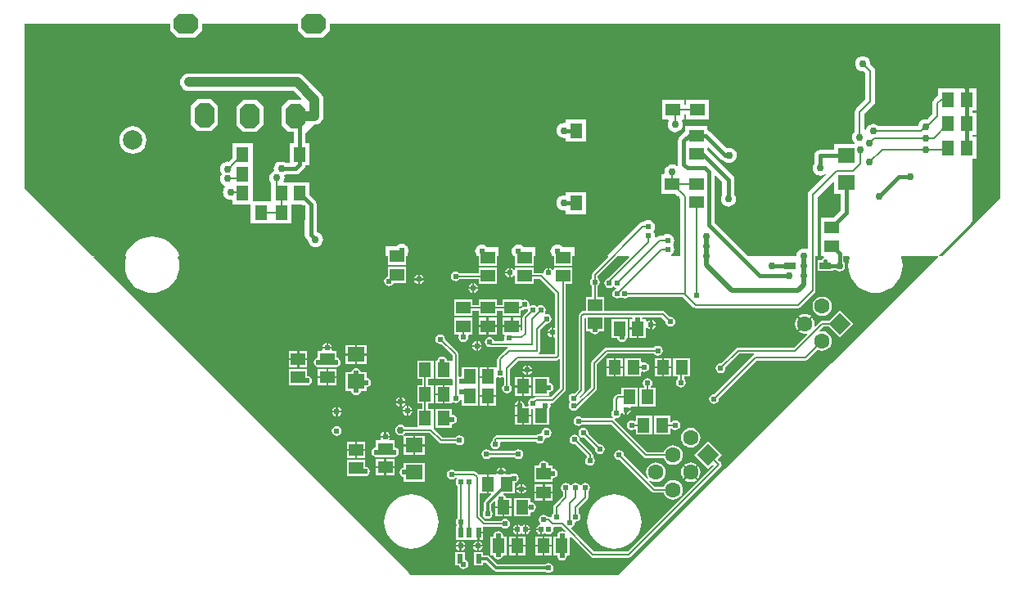
<source format=gbl>
%FSTAX23Y23*%
%MOIN*%
%SFA1B1*%

%IPPOS*%
%AMD46*
4,1,8,0.039500,-0.029200,0.039500,0.029200,0.019700,0.049000,-0.019700,0.049000,-0.039500,0.029200,-0.039500,-0.029200,-0.019700,-0.049000,0.019700,-0.049000,0.039500,-0.029200,0.0*
%
%AMD47*
4,1,8,0.029200,0.039500,-0.029200,0.039500,-0.049000,0.019700,-0.049000,-0.019700,-0.029200,-0.039500,0.029200,-0.039500,0.049000,-0.019700,0.049000,0.019700,0.029200,0.039500,0.0*
%
%AMD50*
4,1,4,0.044400,0.000000,0.000000,0.044400,-0.044400,0.000000,0.000000,-0.044400,0.044400,0.000000,0.0*
%
%ADD17R,0.051000X0.059000*%
%ADD19R,0.071000X0.063000*%
%ADD20R,0.059000X0.051000*%
%ADD32R,0.047000X0.028000*%
%ADD38C,0.016000*%
%ADD39C,0.008000*%
%ADD40C,0.020000*%
%ADD41C,0.039000*%
%ADD42C,0.012000*%
%ADD44R,0.079000X0.079000*%
%ADD45C,0.079000*%
G04~CAMADD=46~4~0.0~0.0~980.0~790.0~0.0~197.5~0~0.0~0.0~0.0~0.0~0~0.0~0.0~0.0~0.0~0~0.0~0.0~0.0~270.0~790.0~980.0*
%ADD46D46*%
G04~CAMADD=47~4~0.0~0.0~980.0~790.0~0.0~197.5~0~0.0~0.0~0.0~0.0~0~0.0~0.0~0.0~0.0~0~0.0~0.0~0.0~0.0~980.0~790.0*
%ADD47D47*%
%ADD48C,0.039000*%
%ADD49C,0.063000*%
G04~CAMADD=50~10~0.0~629.3~0.0~0.0~0.0~0.0~0~0.0~0.0~0.0~0.0~0~0.0~0.0~0.0~0.0~0~0.0~0.0~0.0~315.0~629.3~0.0*
%ADD50D50*%
%ADD51C,0.024000*%
%ADD52C,0.030000*%
%ADD53R,0.022000X0.039000*%
%LNpendulum-1*%
%LPD*%
G36*
X0476Y02008D02*
X04524Y01772D01*
X04513*
X04511Y01776*
X04641Y01906*
X04646Y01914*
X04648Y01923*
Y02167*
X04665*
Y02258*
X04648*
Y02266*
X04665*
Y02356*
X04648*
Y02364*
X04665*
Y02455*
X04508*
Y02425*
X04505Y02424*
X0449Y02408*
X04485Y02401*
X04484Y02394*
Y02351*
X04462Y02329*
X04457Y0233*
X04449Y02329*
X04441Y02326*
X04435Y02321*
X0443Y02315*
X04427Y02307*
X04426Y023*
X04267*
X04266Y02301*
X04259Y02306*
X04252Y02309*
X04244Y0231*
X04236Y02309*
X04229Y02306*
X04222Y02301*
X04217Y02295*
X04214Y02287*
Y02286*
Y02285*
X04209Y02287*
Y0235*
X04246Y02387*
X04251Y02394*
X04252Y02402*
Y02524*
X04251Y02531*
X04246Y02538*
X04231Y02553*
X04232Y02555*
X04231Y02563*
X04227Y02571*
X04223Y02577*
X04216Y02582*
X04209Y02585*
X04201Y02586*
X04193Y02585*
X04185Y02582*
X04179Y02577*
X04174Y02571*
X04171Y02563*
X0417Y02555*
X04171Y02547*
X04174Y0254*
X04179Y02533*
X04185Y02528*
X04193Y02525*
X04201Y02524*
X04203Y02525*
X04212Y02515*
Y0241*
X04175Y02372*
X0417Y02366*
X04169Y02358*
Y02279*
X04167Y02278*
X04162Y02271*
X04159Y02264*
X04158Y02256*
X04159Y02248*
X04162Y02241*
X04167Y02234*
X04169Y02233*
X04167Y02228*
X04083*
Y02205*
X04028*
X04018Y02203*
X04011Y02198*
X04005Y0219*
X04003Y02181*
Y02149*
X04001Y02145*
X03998Y02138*
X03997Y0213*
X03998Y02122*
X04001Y02115*
X04006Y02108*
X04012Y02103*
X0402Y021*
X04028Y02099*
X04036Y021*
X04043Y02103*
X04048Y02107*
X04052Y02104*
X03982Y02034*
X03978Y02027*
X03976Y0202*
Y01803*
X03972Y018*
X03969Y01801*
X03961Y01802*
X03953Y01801*
X03945Y01798*
X03939Y01793*
X03934Y01787*
X03931Y0178*
X0393Y01772*
X03735*
X03615Y01891*
X03599Y01908*
Y02097*
X03604Y02099*
X03629Y02073*
Y02023*
X03627Y02019*
X03624Y02012*
X03623Y02004*
X03624Y01996*
X03627Y01989*
X03632Y01982*
X03638Y01977*
X03646Y01974*
X03654Y01973*
X03662Y01974*
X03669Y01977*
X03675Y01982*
X0368Y01989*
X03683Y01996*
X03684Y02004*
X03683Y02012*
X0368Y02019*
X03678Y02023*
Y02083*
X03676Y02092*
X03671Y021*
X03569Y02201*
Y02213*
X03574Y02215*
X03624Y02165*
X03632Y0216*
X03637Y02159*
X03641Y02155*
X03649Y02152*
X03656Y02151*
X03664Y02152*
X03672Y02155*
X03678Y0216*
X03683Y02167*
X03686Y02174*
X03687Y02182*
X03686Y0219*
X03683Y02197*
X03678Y02204*
X03672Y02209*
X03664Y02212*
X03656Y02213*
X03649Y02212*
X03646Y02211*
X03578Y02279*
X0357Y02284*
X03569*
Y02303*
X03478*
Y0228*
X03477Y02279*
X03455Y02257*
X0345Y02249*
X03448Y0224*
Y02146*
X0345Y0214*
X03445Y02137*
X03441Y02141*
X03433Y02144*
X03425Y02145*
X03417Y02144*
X0341Y02141*
X03403Y02136*
X03399Y0213*
X03395Y02122*
X03394Y02114*
X03395Y0211*
X03392Y02106*
X0338*
Y02024*
X03438*
X03456Y02005*
Y01772*
X03423*
X03421Y01776*
X03425Y0178*
X0343Y01785*
X03432Y01792*
X03433Y01799*
X03432Y01806*
X0343Y01813*
X03427Y01817*
X0343Y01821*
X03432Y01827*
X03433Y01835*
X03432Y01842*
X0343Y01849*
X03425Y01854*
X03419Y01859*
X03413Y01861*
X03406Y01862*
X03398Y01861*
X03392Y01859*
X03386Y01855*
X03374*
X03366Y01853*
X0336Y01849*
X03358Y01847*
X03354Y0185*
X03355Y01854*
X03354Y01862*
X03351Y01868*
X03348Y01872*
X03351Y01876*
X03354Y01883*
X03355Y0189*
X03354Y01897*
X03351Y01904*
X03346Y01909*
X03341Y01914*
X03334Y01917*
X03327Y01918*
X0332Y01917*
X03313Y01914*
X03308Y0191*
X03305*
X03297Y01908*
X03291Y01904*
X03159Y01772*
X03163*
X03165Y01767*
X03102Y01703*
X03099Y01699*
X03098Y01695*
Y01681*
X03096Y0168*
X03092Y01673*
X0309Y01665*
X03092Y01658*
X03096Y01651*
X03098Y0165*
Y01606*
X03073*
Y01547*
X03063*
X03058*
X03054Y01544*
X03047Y01536*
X03044Y01532*
X03043Y01528*
Y01229*
X03026Y01212*
X03024Y01213*
X03016Y01211*
X03009Y01207*
X03005Y01201*
X03004Y01193*
X03005Y01185*
X03008Y01181*
X03009Y01177*
X03008Y01174*
X03005Y01169*
X03004Y01161*
X03005Y01154*
X03009Y01147*
X03016Y01143*
X03024Y01141*
X03031Y01143*
X03038Y01147*
X0304Y0115*
X03044Y01153*
X03115Y01224*
X03117Y01228*
X03118Y01232*
Y0133*
X03162Y01374*
X03351*
X03352Y01372*
X03358Y01367*
X03366Y01366*
X03374Y01367*
X0338Y01372*
X03385Y01378*
X03386Y01386*
X03385Y01394*
X0338Y014*
X03374Y01404*
X03366Y01406*
X03358Y01404*
X03352Y014*
X03351Y01398*
X03157*
X03153Y01397*
X03149Y01394*
X03098Y01343*
X03095Y01339*
X03094Y01335*
Y01237*
X03051Y01194*
X03049*
X03046Y01196*
Y01198*
X03064Y01216*
X03066Y0122*
X03067Y01224*
Y01518*
X03068Y01519*
X03073Y01517*
Y01465*
X03092*
X03096Y01458*
X03103Y01454*
X0311Y01452*
X03118Y01454*
X03124Y01458*
X03129Y01465*
X03148*
Y01523*
X03262*
X03265Y01518*
X03263Y01514*
X03252*
Y0148*
X03285*
Y01476*
X03289*
Y01439*
X03319*
Y01477*
X03324Y01479*
Y01478*
X03331Y01474*
X03335Y01473*
Y01492*
Y01511*
X03331*
X03324Y01506*
X03319Y01507*
Y01514*
X03304*
X03302Y01518*
X03305Y01523*
X03381*
X03398Y01506*
X03397Y01504*
X03399Y01496*
X03403Y0149*
X0341Y01485*
X03417Y01484*
X03425Y01485*
X03432Y0149*
X03436Y01496*
X03437Y01504*
X03436Y01512*
X03432Y01518*
X03425Y01522*
X03417Y01524*
X03415*
X03394Y01544*
X0339Y01547*
X03386*
X03148*
Y01606*
X03122*
Y0165*
X03124Y01651*
X03129Y01658*
X0313Y01665*
X03129Y01673*
X03124Y0168*
X03122Y01681*
Y0169*
X03204Y01772*
X03248*
X0325Y01767*
X03163Y0168*
X03162*
X03155Y01676*
X03151Y01669*
X03149Y01661*
X03151Y01654*
X03155Y01647*
X03162Y01643*
X03169Y01641*
X03177Y01643*
X03183Y01647*
X03187*
X03193Y01643*
X03196Y01642*
Y01637*
X03193*
X03187Y01632*
X03182Y01626*
X03181Y01618*
X03182Y0161*
X03187Y01604*
X03193Y016*
X03201Y01598*
X03208Y016*
X03213Y01603*
X03217Y01604*
X0322Y01603*
X03225Y016*
X03232Y01598*
X0324Y016*
X03246Y01604*
X03248Y01606*
X03467*
X03511Y01562*
X03515Y0156*
X0352Y01559*
X03937*
X03942Y0156*
X03946Y01562*
X04005Y01621*
X04007Y01625*
X04008Y0163*
Y01772*
X04016*
Y02011*
X04078Y02073*
X04083Y02071*
Y02024*
X0411*
Y01969*
Y01957*
X04082Y01929*
X0403*
Y01846*
Y01772*
X04041*
X04043Y01767*
X04038Y01763*
X04034Y01758*
Y01754*
X04018*
Y01711*
X04081*
Y01716*
X0409*
X04097Y01711*
X04106Y01709*
X04115Y01711*
X04123Y01716*
X04128Y01723*
X04129Y01732*
X04128Y01741*
X04123Y01749*
X04122*
Y01772*
X04144*
X04147Y01767*
Y01766*
X04143Y0175*
X04141Y01732*
X04143Y01715*
X04147Y01698*
X04153Y01682*
X04163Y01667*
X04174Y01654*
X04187Y01643*
X04202Y01634*
X04218Y01627*
X04235Y01623*
X04252Y01622*
X04269Y01623*
X04286Y01627*
X04302Y01634*
X04317Y01643*
X0433Y01654*
X04341Y01667*
X0435Y01682*
X04357Y01698*
X04361Y01715*
X04363Y01732*
X04361Y0175*
X04357Y01766*
Y01767*
X04359Y01772*
X04509*
X04511Y01767*
X03205Y00472*
X02362*
X01068Y01767*
X0107Y01772*
X01063*
X00787Y02047*
Y02717*
X0138*
Y0269*
X01407Y02662*
X01482*
X0151Y0269*
Y02717*
X019*
Y0269*
X01927Y02662*
X02002*
X0203Y0269*
Y02717*
X0476*
Y02008*
G37*
%LNpendulum-2*%
%LPC*%
G36*
X0237Y00996D02*
X02331D01*
Y00961*
X0237*
Y00996*
G37*
G36*
X02417D02*
X02378D01*
Y00961*
X02417*
Y00996*
G37*
G36*
X02275Y01031D02*
X02237D01*
Y01028*
X02239Y01025*
X02237Y0102*
X02219*
Y00992*
X02213Y00991*
X02206Y00987*
X02202Y0098*
X022Y00972*
X02202Y00965*
X02206Y00958*
X02213Y00954*
X02219Y00953*
X0222Y00952*
X02222Y00953*
X02224*
X02288*
X02289*
X02291Y00952*
X02293Y00953*
X02299Y00954*
X02306Y00958*
X0231Y00965*
X02311Y00972*
X0231Y0098*
X02306Y00987*
X02299Y00991*
X02293Y00992*
Y0102*
X02275*
X02272Y01025*
X02274Y01028*
X02275Y01031*
G37*
G36*
X02134Y00978D02*
X021D01*
Y00949*
X02134*
Y00978*
G37*
G36*
X02175D02*
X02142D01*
Y00949*
X02175*
Y00978*
G37*
G36*
X03063Y01071D02*
X03055Y0107D01*
X03049Y01065*
X03044Y01059*
X03043Y01051*
X03044Y01043*
X03049Y01037*
X03055Y01033*
X03063Y01031*
X03066Y01032*
X0311Y00987*
Y00984*
X03111Y00977*
X03116Y0097*
X03122Y00966*
X0313Y00964*
X03138Y00966*
X03144Y0097*
X03148Y00977*
X0315Y00984*
X03148Y00992*
X03144Y00998*
X03138Y01003*
X0313Y01004*
X03127*
X03083Y01049*
Y01051*
X03082Y01059*
X03077Y01065*
X03071Y0107*
X03063Y01071*
G37*
G36*
X035D02*
X0349Y0107D01*
X0348Y01066*
X03472Y01059*
X03466Y01051*
X03462Y01042*
X0346Y01031*
X03462Y01021*
X03466Y01011*
X03472Y01003*
X0348Y00997*
X0349Y00993*
X035Y00992*
X0351Y00993*
X0352Y00997*
X03528Y01003*
X03534Y01011*
X03538Y01021*
X0354Y01031*
X03538Y01042*
X03534Y01051*
X03528Y01059*
X0352Y01066*
X0351Y0107*
X035Y01071*
G37*
G36*
X02378Y01039D02*
Y01004D01*
X02417*
Y01039*
X02378*
G37*
G36*
X02175Y01016D02*
X02142D01*
Y00986*
X02175*
Y01016*
G37*
G36*
X02799Y00985D02*
X02792Y00983D01*
X02785Y00979*
X02784Y00977*
X02685*
X02683Y00979*
X02677Y00983*
X02669Y00985*
X02662Y00983*
X02655Y00979*
X02651Y00972*
X02649Y00965*
X02651Y00957*
X02655Y0095*
X02662Y00946*
X02669Y00944*
X02677Y00946*
X02683Y0095*
X02685Y00953*
X02784*
X02785Y0095*
X02792Y00946*
X02799Y00944*
X02807Y00946*
X02813Y0095*
X02818Y00957*
X02819Y00965*
X02818Y00972*
X02813Y00979*
X02807Y00983*
X02799Y00985*
G37*
G36*
X02134Y01016D02*
X021D01*
Y00986*
X02134*
Y01016*
G37*
G36*
X02293Y00907D02*
X0226D01*
Y00878*
X02293*
Y00907*
G37*
G36*
X0278Y00886D02*
X02772Y00885D01*
X02765Y0088*
X02751*
X02747Y00885*
X02748Y00886*
X02709*
Y00885*
X02706Y0088*
X02679*
Y00843*
Y00805*
X02686*
X02688Y008*
X02663Y00776*
X0266Y00771*
X02659Y00766*
Y00735*
X02655Y00728*
X02653Y0072*
X02655Y00713*
X02659Y00706*
X02666Y00702*
X02673Y007*
X02681Y00702*
X02687Y00706*
X02692Y00713*
X02693Y0072*
X02692Y00728*
X02687Y00735*
Y0076*
X027Y00773*
X02705Y00771*
Y00752*
X02772*
Y00785*
X02747*
Y00787*
X02743Y00794*
X02737Y00797*
X02736Y008*
X02735Y00803*
X02736Y00805*
X02783*
Y00847*
X02787Y00848*
X02794Y00852*
X02798Y00858*
X028Y00866*
X02798Y00874*
X02794Y0088*
X02787Y00885*
X0278Y00886*
G37*
G36*
X02252Y00907D02*
X02219D01*
Y00878*
X02252*
Y00907*
G37*
G36*
X0353Y00915D02*
X03505Y0089D01*
X0353Y00865*
X03534Y0087*
X03538Y0088*
X0354Y0089*
X03538Y009*
X03534Y0091*
X0353Y00915*
G37*
G36*
X02175Y00941D02*
X021D01*
Y00874*
X0217*
X02171*
X02173*
X02175*
X02181Y00875*
X02187Y0088*
X02192Y00886*
X02193Y00894*
X02192Y00901*
X02187Y00908*
X02181Y00912*
X02175Y00913*
Y00941*
G37*
G36*
X02724Y00909D02*
X02721Y00908D01*
X02714Y00904*
X0271Y00897*
X02709Y00894*
X02724*
Y00909*
G37*
G36*
X02293Y00945D02*
X0226D01*
Y00915*
X02293*
Y00945*
G37*
G36*
X03028Y01044D02*
X0302Y01042D01*
X03013Y01038*
X03009Y01031*
X03007Y01024*
X03009Y01016*
X03013Y01009*
X0302Y01005*
X03028Y01004*
X0303*
X03077Y00957*
Y00951*
X03076*
X03072Y00945*
X0307Y00937*
X03072Y00929*
X03076Y00923*
X03083Y00918*
X03091Y00917*
X03098Y00918*
X03105Y00923*
X03109Y00929*
X03111Y00937*
X03109Y00945*
X03105Y00951*
X03103Y00953*
Y00961*
X03102Y00965*
X03099Y00969*
X03047Y01021*
X03048Y01024*
X03046Y01031*
X03042Y01038*
X03035Y01042*
X03028Y01044*
G37*
G36*
X02252Y00945D02*
X02219D01*
Y00915*
X02252*
Y00945*
G37*
G36*
X02732Y00909D02*
Y00894D01*
X02748*
X02747Y00897*
X02743Y00904*
X02736Y00908*
X02732Y00909*
G37*
G36*
X035Y0093D02*
X0349Y00928D01*
X0348Y00924*
X03475Y0092*
X035Y00895*
X03525Y0092*
X0352Y00924*
X0351Y00928*
X035Y0093*
G37*
G36*
X02059Y01079D02*
X02051Y01078D01*
X02045Y01073*
X02041Y01067*
X02039Y01059*
X02041Y01051*
X02045Y01045*
X02051Y01041*
X02059Y01039*
X02067Y01041*
X02073Y01045*
X02078Y01051*
X02079Y01059*
X02078Y01067*
X02073Y01073*
X02067Y01078*
X02059Y01079*
G37*
G36*
X03256Y01142D02*
X0324D01*
Y01126*
X03244Y01127*
X0325Y01131*
X03255Y01138*
X03256Y01142*
G37*
G36*
X02055Y01157D02*
X02051Y01156D01*
X02045Y01152*
X02041Y01145*
X0204Y01142*
X02055*
Y01157*
G37*
G36*
X03283Y01234D02*
X03217D01*
Y01209*
X03205*
X032Y01208*
X03196Y01205*
X03188Y01197*
X03186Y01194*
X03185Y01189*
Y01146*
X03183Y01144*
X03178Y01138*
X03177Y0113*
X03178Y01122*
X03183Y01116*
X03184Y01115*
X03182Y0111*
X03181*
X03059*
X03057Y01113*
X03051Y01117*
X03043Y01118*
X03036Y01117*
X03029Y01113*
X03025Y01106*
X03023Y01098*
X03025Y01091*
X03029Y01084*
X03036Y0108*
X03043Y01078*
X03051Y0108*
X03057Y01084*
X03059Y01086*
X03176*
X03188Y01074*
X0331Y00952*
X03314Y00949*
X03319*
X03392*
X03395Y00941*
X03401Y00932*
X03409Y00926*
X03419Y00922*
X03429Y00921*
X03439Y00922*
X03449Y00926*
X03457Y00932*
X03464Y00941*
X03468Y0095*
X03469Y00961*
X03468Y00971*
X03464Y0098*
X03457Y00989*
X03449Y00995*
X03439Y00999*
X03429Y01*
X03419Y00999*
X03409Y00995*
X03401Y00989*
X03395Y0098*
X03392Y00973*
X03324*
X03205Y01091*
X03191Y01106*
X03193Y01111*
X03197Y0111*
X03205Y01111*
X03211Y01116*
X03215Y01122*
X03217Y0113*
X03222Y01132*
Y01131*
X03229Y01127*
X03232Y01126*
Y01146*
X03236*
Y0115*
X03256*
X03255Y01153*
X03254Y01155*
X03256Y01159*
X03283*
Y01234*
G37*
G36*
X02343Y01138D02*
X02327D01*
X02328Y01134*
X02332Y01128*
X02339Y01123*
X02343Y01122*
Y01138*
G37*
G36*
X02366D02*
X0235D01*
Y01122*
X02354Y01123*
X02361Y01128*
X02365Y01134*
X02366Y01138*
G37*
G36*
X02063Y01157D02*
Y01142D01*
X02078*
Y01145*
X02073Y01152*
X02067Y01156*
X02063Y01157*
G37*
G36*
X02338Y01173D02*
X02323D01*
Y01158*
X02327Y01159*
X02333Y01163*
X02337Y01169*
X02338Y01173*
G37*
G36*
X03325Y01274D02*
X03317Y01272D01*
X03311Y01268*
X03306Y01262*
X03305Y01254*
X03306Y01246*
X03311Y0124*
Y01239*
X0331Y01234*
X03291*
Y01159*
X03358*
Y01234*
X0334*
X03338Y01239*
X03339Y0124*
X03343Y01246*
X03345Y01254*
X03343Y01262*
X03339Y01268*
X03332Y01272*
X03325Y01274*
G37*
G36*
X02315Y01173D02*
X023D01*
Y01169*
X02305Y01163*
X02311Y01159*
X02315Y01158*
Y01173*
G37*
G36*
X02343Y01161D02*
X02339Y0116D01*
X02332Y01156*
X02328Y01149*
X02327Y01146*
X02343*
Y01161*
G37*
G36*
X0235D02*
Y01146D01*
X02366*
X02365Y01149*
X02361Y01156*
X02354Y0116*
X0235Y01161*
G37*
G36*
X03417Y0112D02*
X0335D01*
Y01045*
X03417*
Y01068*
X03422Y01069*
X03423Y01068*
X03429Y01064*
X03437Y01063*
X03445Y01064*
X03451Y01068*
X03456Y01075*
X03457Y01083*
X03456Y0109*
X03451Y01097*
X03445Y01101*
X03437Y01103*
X03429Y01101*
X03423Y01097*
X03422Y01096*
X03417Y01098*
Y0112*
G37*
G36*
X02528Y01148D02*
X02461D01*
Y01073*
X02528*
Y01086*
X02535Y01088*
X02542Y01092*
X02546Y01099*
X02548Y01106*
X02546Y01114*
X02542Y0112*
X02535Y01125*
X02528Y01126*
Y01148*
G37*
G36*
X02913Y01071D02*
X02906Y0107D01*
X02899Y01065*
X02895Y01059*
X02893Y01051*
X02889Y01047*
X02886Y01048*
X02878Y01046*
X02872Y01042*
X0287Y0104*
X02709*
X02704Y01039*
X027Y01036*
X02696Y01032*
X02694Y01028*
X02693Y01024*
Y0102*
X02691Y01018*
X02686Y01012*
X02685Y01004*
X02686Y00996*
X02691Y0099*
X02697Y00985*
X02705Y00984*
X02712Y00985*
X02719Y0099*
X02723Y00996*
X02725Y01004*
X02723Y01011*
X02726Y01016*
X0287*
X02872Y01013*
X02878Y01009*
X02886Y01007*
X02894Y01009*
X029Y01013*
X02904Y0102*
X02906Y01028*
X0291Y01032*
X02913Y01031*
X02921Y01033*
X02928Y01037*
X02932Y01043*
X02933Y01051*
X02932Y01059*
X02928Y01065*
X02921Y0107*
X02913Y01071*
G37*
G36*
X02252Y01055D02*
X02248Y01054D01*
X02242Y0105*
X02237Y01043*
Y01039*
X02252*
Y01055*
G37*
G36*
X0226D02*
Y01039D01*
X02275*
X02274Y01043*
X0227Y0105*
X02264Y01054*
X0226Y01055*
G37*
G36*
X02453Y01344D02*
X02386D01*
Y0127*
X02407*
Y01246*
X02386*
Y01171*
X02407*
Y01148*
X02386*
Y01075*
X02338*
X02335Y01079*
X02328Y01084*
X02319Y01086*
X0231Y01084*
X02303Y01079*
X02298Y01072*
X02296Y01063*
X02298Y01054*
X02303Y01047*
X0231Y01042*
X02319Y0104*
X02323Y01041*
X02328*
X02331Y01038*
Y01035*
Y01004*
X0237*
Y01039*
X02335*
X02333*
X02332Y01043*
X02335Y01047*
X02338Y01051*
X02436*
X02476Y01011*
X0248Y01009*
X02484Y01008*
X02543*
X02545Y01005*
X02551Y01001*
X02559Y01*
X02567Y01001*
X02573Y01005*
X02578Y01012*
X02579Y0102*
X02578Y01027*
X02573Y01034*
X02567Y01038*
X02559Y0104*
X02551Y01038*
X02545Y01034*
X02543Y01032*
X02489*
X02453Y01068*
Y01073*
Y01148*
X02431*
Y01171*
X02453*
Y01246*
X02431*
Y0127*
X02453*
Y01344*
G37*
G36*
X02055Y01134D02*
X0204D01*
X02041Y0113*
X02045Y01124*
X02051Y01119*
X02055*
Y01134*
G37*
G36*
X02078D02*
X02063D01*
Y01119*
X02067*
X02073Y01124*
X02078Y0113*
Y01134*
G37*
G36*
X03343Y0112D02*
X03276D01*
Y01102*
X03271Y01099*
X03268Y01101*
X0326Y01103*
X03252Y01101*
X03246Y01097*
X03241Y0109*
X0324Y01083*
X03241Y01075*
X03246Y01068*
X03252Y01064*
X0326Y01063*
X03268Y01064*
X03271Y01066*
X03276Y01064*
Y01045*
X03343*
Y0112*
G37*
G36*
X02813Y01118D02*
X02783D01*
Y01085*
X02813*
Y01118*
G37*
G36*
X0285D02*
X02821D01*
Y01085*
X0285*
Y01118*
G37*
G36*
X03469Y00915D02*
X03466Y0091D01*
X03462Y009*
X0346Y0089*
X03462Y0088*
X03466Y0087*
X03469Y00865*
X03494Y0089*
X03469Y00915*
G37*
G36*
X02567Y0061D02*
Y00594D01*
X02582*
Y00598*
X02577Y00605*
X02571Y00609*
X02567Y0061*
G37*
G36*
X0263D02*
X02626Y00609D01*
X0262Y00605*
X02615Y00598*
Y00594*
X0263*
Y0061*
G37*
G36*
X02559D02*
X02555Y00609D01*
X02549Y00605*
X02544Y00598*
Y00594*
X02559*
Y0061*
G37*
G36*
X02362Y008D02*
X02345Y00798D01*
X02328Y00794*
X02312Y00788*
X02297Y00778*
X02284Y00767*
X02273Y00754*
X02264Y00739*
X02257Y00723*
X02253Y00706*
X02252Y00689*
X02253Y00672*
X02257Y00655*
X02264Y00639*
X02273Y00624*
X02284Y00611*
X02297Y006*
X02312Y0059*
X02328Y00584*
X02345Y0058*
X02362Y00578*
X0238Y0058*
X02396Y00584*
X02412Y0059*
X02427Y006*
X0244Y00611*
X02452Y00624*
X02461Y00639*
X02467Y00655*
X02471Y00672*
X02473Y00689*
X02471Y00706*
X02467Y00723*
X02461Y00739*
X02452Y00754*
X0244Y00767*
X02427Y00778*
X02412Y00788*
X02396Y00794*
X0238Y00798*
X02362Y008*
G37*
G36*
X03189D02*
X03172Y00798D01*
X03155Y00794*
X03139Y00788*
X03124Y00778*
X03111Y00767*
X031Y00754*
X0309Y00739*
X03084Y00723*
X0308Y00706*
X03078Y00689*
X0308Y00672*
X03084Y00655*
X0309Y00639*
X031Y00624*
X03111Y00611*
X03124Y006*
X03139Y0059*
X03155Y00584*
X03172Y0058*
X03189Y00578*
X03206Y0058*
X03223Y00584*
X03239Y0059*
X03254Y006*
X03267Y00611*
X03278Y00624*
X03288Y00639*
X03294Y00655*
X03298Y00672*
X033Y00689*
X03298Y00706*
X03294Y00723*
X03288Y00739*
X03278Y00754*
X03267Y00767*
X03254Y00778*
X03239Y00788*
X03223Y00794*
X03206Y00798*
X03189Y008*
G37*
G36*
X02638Y0061D02*
Y00594D01*
X02653*
X02652Y00598*
X02648Y00605*
X02642Y00609*
X02638Y0061*
G37*
G36*
X02933Y00628D02*
X02904D01*
Y00594*
X02933*
Y00628*
G37*
G36*
X02655Y0064D02*
X0264D01*
Y00616*
X02655*
Y0064*
G37*
G36*
X02896Y00628D02*
X02866D01*
Y00594*
X02896*
Y00628*
G37*
G36*
X02789D02*
X0276D01*
Y00594*
X02789*
Y00628*
G37*
G36*
X02827D02*
X02797D01*
Y00594*
X02827*
Y00628*
G37*
G36*
X02789Y00587D02*
X0276D01*
Y00553*
X02789*
Y00587*
G37*
G36*
X02827D02*
X02797D01*
Y00553*
X02827*
Y00587*
G37*
G36*
X02717Y0065D02*
X02709Y00648D01*
X02702Y00644*
X02698Y00638*
X02696Y0063*
X02695Y00628*
X02685*
Y00553*
X02697*
X02698Y00547*
X02702Y00541*
X02709Y00537*
X02717Y00535*
X02724Y00537*
X02731Y00541*
X02735Y00547*
X02736Y00553*
X02752*
Y00628*
X02738*
X02737Y0063*
X02735Y00638*
X02731Y00644*
X02724Y00648*
X02717Y0065*
G37*
G36*
X02655Y00565D02*
X02617D01*
Y0051*
X02655*
Y00523*
X02665*
X02699Y0049*
X02703Y00487*
X02709Y00486*
X02907*
X02914Y00481*
X02921Y0048*
X02929Y00481*
X02935Y00486*
X0294Y00492*
X02941Y005*
X0294Y00508*
X02935Y00514*
X02929Y00519*
X02921Y0052*
X02914Y00519*
X02907Y00514*
X02714*
X02681Y00547*
X02677Y0055*
X02671Y00551*
X02655*
Y00565*
G37*
G36*
X0258D02*
X02542D01*
Y0051*
X02556*
Y00508*
X02561Y00502*
X02567Y00497*
X02575Y00496*
X02582Y00497*
X02589Y00502*
X02593Y00508*
X02595Y00516*
X02593Y00523*
X02589Y0053*
X02582Y00534*
X0258Y00535*
Y00565*
G37*
G36*
X02896Y00587D02*
X02866D01*
Y00553*
X02896*
Y00587*
G37*
G36*
X0263D02*
X02615D01*
Y00583*
X0262Y00576*
X02626Y00572*
X0263Y00571*
Y00587*
G37*
G36*
X02653D02*
X02638D01*
Y00571*
X02642Y00572*
X02648Y00576*
X02652Y00583*
X02653Y00587*
G37*
G36*
X02582D02*
X02567D01*
Y00571*
X02571Y00572*
X02577Y00576*
X02582Y00583*
Y00587*
G37*
G36*
X02933D02*
X02904D01*
Y00553*
X02933*
Y00587*
G37*
G36*
X02559D02*
X02544D01*
Y00583*
X02549Y00576*
X02555Y00572*
X02559Y00571*
Y00587*
G37*
G36*
X02791Y00654D02*
X02776D01*
X02777Y0065*
X02781Y00643*
X02788Y00639*
X02791Y00638*
Y00654*
G37*
G36*
X0283Y00819D02*
X02815D01*
Y00804*
X02819*
X02825Y00809*
X0283Y00815*
Y00819*
G37*
G36*
X02898Y00843D02*
X02864D01*
Y00813*
X02898*
Y00843*
G37*
G36*
X02807Y00819D02*
X02792D01*
Y00815*
X02797Y00809*
X02803Y00804*
X02807*
Y00819*
G37*
G36*
X02939Y00805D02*
X02906D01*
Y00776*
X02939*
Y00805*
G37*
G36*
X03209Y00981D02*
X03201Y00979D01*
X03194Y00975*
X0319Y00968*
X03189Y00961*
X0319Y00953*
X03194Y00946*
X03201Y00942*
X03209Y00941*
X03211*
X03342Y00811*
X03346Y00808*
X0335Y00807*
X03392*
X03395Y00799*
X03401Y00791*
X03409Y00785*
X03419Y00781*
X03429Y00779*
X03439Y00781*
X03449Y00785*
X03457Y00791*
X03464Y00799*
X03468Y00809*
X03469Y00819*
X03468Y00829*
X03464Y00839*
X03457Y00847*
X03449Y00854*
X03439Y00857*
X03429Y00859*
X03419Y00857*
X03409Y00854*
X03401Y00847*
X03395Y00839*
X03392Y00831*
X03355*
X03332Y00854*
X03336Y00858*
X03339Y00855*
X03348Y00851*
X03359Y0085*
X03369Y00851*
X03378Y00855*
X03387Y00862*
X03393Y0087*
X03397Y0088*
X03398Y0089*
X03397Y009*
X03393Y0091*
X03387Y00918*
X03378Y00924*
X03369Y00928*
X03359Y0093*
X03348Y00928*
X03339Y00924*
X0333Y00918*
X03324Y0091*
X0332Y009*
X03319Y0089*
X0332Y0088*
X03324Y0087*
X03326Y00867*
X03323Y00864*
X03228Y00958*
X03229Y00961*
X03227Y00968*
X03223Y00975*
X03216Y00979*
X03209Y00981*
G37*
G36*
X02939Y00843D02*
X02906D01*
Y00813*
X02939*
Y00843*
G37*
G36*
X02902Y00937D02*
X02894Y00936D01*
X02887Y00932*
X02883Y00925*
X02882Y00917*
X02864*
Y0085*
X02939*
Y00866*
X02945Y00867*
X02951Y00872*
X02956Y00878*
X02957Y00886*
X02956Y00894*
X02951Y009*
X02945Y00904*
X02939Y00906*
Y00917*
X02922*
X0292Y00925*
X02916Y00932*
X02909Y00936*
X02902Y00937*
G37*
G36*
X02417Y00929D02*
X02331D01*
Y00909*
X02327Y00908*
X0232Y00904*
X02316Y00897*
X02315Y0089*
X02316Y00882*
X0232Y00876*
X02327Y00871*
X02331Y0087*
Y0085*
X02417*
Y00929*
G37*
G36*
X035Y00884D02*
X03475Y00859D01*
X0348Y00855*
X0349Y00851*
X035Y0085*
X0351Y00851*
X0352Y00855*
X03525Y00859*
X035Y00884*
G37*
G36*
X02807Y00842D02*
X02803Y00841D01*
X02797Y00837*
X02792Y00831*
Y00827*
X02807*
Y00842*
G37*
G36*
X02815D02*
Y00827D01*
X0283*
Y00831*
X02825Y00837*
X02819Y00841*
X02815Y00842*
G37*
G36*
X02791Y00677D02*
X02788Y00676D01*
X02781Y00672*
X02777Y00665*
X02776Y00661*
X02791*
Y00677*
G37*
G36*
X02831D02*
Y00661D01*
X02846*
X02845Y00665*
X02841Y00672*
X02834Y00676*
X02831Y00677*
G37*
G36*
X02528Y00902D02*
X0252Y009D01*
X02513Y00896*
X02509Y0089*
X02507Y00882*
X02509Y00874*
X02513Y00868*
X0252Y00863*
X02528Y00862*
X02535Y00863*
X02542Y00868*
X02543Y0087*
X02548Y00869*
X02549Y00865*
X02544Y00858*
X02543Y0085*
X02544Y00843*
X02549Y00836*
X02551Y00835*
Y00705*
X02549Y00703*
X02544Y00697*
X02543Y00689*
X02544Y00681*
X02548Y00676*
X02546Y00672*
Y00671*
X02544*
Y00616*
X02617*
X02632*
Y00644*
X02636*
Y00648*
X02655*
Y00667*
X02657Y00669*
X02728*
X0273Y00667*
X02736Y00663*
X02744Y00661*
X02752Y00663*
X02758Y00667*
X02763Y00673*
X02764Y00681*
X02763Y00689*
X02758Y00695*
X02752Y007*
X02744Y00701*
X02736Y007*
X0273Y00695*
X02728Y00693*
X02662*
X02642Y00714*
Y00805*
X02671*
Y00843*
Y0088*
X02642*
X02637*
X02627Y0089*
X02623Y00893*
X02618Y00894*
X02543*
X02542Y00896*
X02535Y009*
X02528Y00902*
G37*
G36*
X02846Y00654D02*
X02831D01*
Y00638*
X02834Y00639*
X02841Y00643*
X02845Y0065*
X02846Y00654*
G37*
G36*
X02886D02*
X0287D01*
X02871Y0065*
X02876Y00643*
X02882Y00639*
X02886Y00638*
Y00654*
G37*
G36*
X02823Y00677D02*
X02819Y00676D01*
X02815Y00673*
X02811Y00672*
X02807Y00673*
X02803Y00676*
X02799Y00677*
Y00657*
Y00638*
X02803Y00639*
X02807Y00642*
X02811Y00643*
X02815Y00642*
X02819Y00639*
X02823Y00638*
Y00657*
Y00677*
G37*
G36*
X02846Y00785D02*
X0278D01*
Y00711*
X02846*
Y00725*
X0285Y00728*
X02858Y00729*
X02865Y00734*
X02869Y0074*
X0287Y00748*
X02869Y00756*
X02865Y00762*
X02858Y00767*
X0285Y00768*
X02846Y00771*
Y00785*
G37*
G36*
X02898Y00805D02*
X02864D01*
Y00776*
X02898*
Y00805*
G37*
G36*
X02772Y00744D02*
X02742D01*
Y00711*
X02772*
Y00744*
G37*
G36*
X03571Y01016D02*
X03515Y00961D01*
X03571Y00905*
X0359Y00924*
X03592Y00923*
X03593Y00917*
X03243Y00567*
X03107*
X03013Y00661*
X03014Y00666*
X03016*
X03022Y00671*
X03026Y00677*
X03028Y00684*
X03029Y00686*
X03031Y00689*
X03039Y0069*
X03046Y00694*
X0305Y00701*
X03052Y00709*
X0305Y00716*
X03046Y00723*
X03044Y00724*
Y00743*
X03079Y00779*
X03082Y00783*
X03083Y00787*
Y00811*
X03085Y00813*
X03089Y00819*
X03091Y00827*
X03089Y00834*
X03085Y00841*
X03079Y00845*
X03071Y00847*
X03063Y00845*
X03057Y00841*
X03054Y00837*
X03048*
X03046Y00841*
X03039Y00845*
X03031Y00847*
X03024Y00845*
X03017Y00841*
X03015Y00837*
X03009*
X03006Y00841*
X03Y00845*
X02992Y00847*
X02984Y00845*
X02978Y00841*
X02974Y00834*
X02972Y00827*
X02974Y00819*
X02978Y00813*
X0298Y00811*
Y00792*
X02944Y00757*
X02942Y00753*
X02941Y00748*
Y00724*
X02939Y00723*
X02934Y00716*
X02933Y00709*
X02931Y00708*
X02928Y00707*
X02926Y00708*
X02921Y00709*
X02917*
X02916Y00711*
X02909Y00715*
X02902Y00717*
X02894Y00715*
X02887Y00711*
X02883Y00705*
X02882Y00697*
X02883Y00689*
X02887Y00683*
X02888Y00682*
X02887Y00677*
X02882Y00676*
X02876Y00672*
X02871Y00665*
X0287Y00661*
X0289*
Y00657*
X02894*
Y00638*
X02897Y00639*
X02902Y00642*
X02906Y00643*
X02909Y00642*
X02914Y00639*
X02921Y00637*
X02929Y00639*
X02935Y00643*
X0294Y0065*
X02941Y00657*
X0294Y00664*
X02943Y00669*
X02971*
X0299Y00651*
X02987Y00647*
X02984Y00648*
X02976Y0065*
X02969Y00648*
X02962Y00644*
X02958Y00638*
X02956Y0063*
X02955Y00628*
X02941*
Y00553*
X02955*
X02956Y00551*
X02958Y00544*
X02962Y00537*
X02969Y00533*
X02976Y00531*
X02984Y00533*
X02991Y00537*
X02995Y00544*
X02996Y00551*
X02998Y00553*
X03008*
Y00624*
Y00626*
X03013Y00628*
X03094Y00547*
X03098Y00544*
X03102Y00543*
X03248*
X03253Y00544*
X03257Y00547*
X03623Y00913*
X03625Y00917*
X03626Y00921*
X03625Y00926*
X03623Y0093*
X03609Y00943*
X03626Y00961*
X03571Y01016*
G37*
G36*
X02734Y00744D02*
X02705D01*
Y00711*
X02734*
Y00744*
G37*
G36*
X02711Y0152D02*
X02677D01*
Y0149*
X02711*
Y0152*
G37*
G36*
X02768D02*
X02734D01*
Y0149*
X02768*
Y0152*
G37*
G36*
X02669D02*
X02636D01*
Y0149*
X02669*
Y0152*
G37*
G36*
X03358Y01488D02*
X03343D01*
Y01473*
X03346Y01474*
X03353Y01478*
X03357Y01484*
X03358Y01488*
G37*
G36*
X04106Y01552D02*
X04063Y01508D01*
X04035*
X04031Y01507*
X04027Y01505*
X04008Y01486*
X04003Y01488*
X04004Y01496*
X04003Y01506*
X03999Y01516*
X03995Y01521*
X03968Y01493*
X0394Y01466*
X03945Y01462*
X03954Y01458*
X03965Y01456*
X03973Y01457*
X03975Y01453*
X0392Y01398*
X03693*
X03688Y01397*
X03684Y01394*
X03625Y01335*
X03622*
X03614Y01334*
X03608Y01329*
X03604Y01323*
X03602Y01315*
X03604Y01307*
X03608Y01301*
X03614Y01296*
X03622Y01295*
X0363Y01296*
X03636Y01301*
X03641Y01307*
X03642Y01315*
Y01317*
X03698Y01374*
X03757*
X03758Y01373*
Y01369*
X03755Y01367*
X03597Y01209*
X03594*
X03587Y01208*
X0358Y01203*
X03576Y01197*
X03574Y01189*
X03576Y01181*
X0358Y01175*
X03587Y0117*
X03594Y01169*
X03602Y0117*
X03609Y01175*
X03613Y01181*
X03615Y01189*
X03614Y01192*
X03769Y01346*
X03969*
X03973Y01347*
X03977Y0135*
X04017Y0139*
X04025Y01387*
X04035Y01386*
X04046Y01387*
X04055Y01391*
X04064Y01397*
X0407Y01405*
X04074Y01415*
X04075Y01425*
X04074Y01436*
X0407Y01445*
X04064Y01453*
X04055Y0146*
X04046Y01464*
X04035Y01465*
X04027Y01464*
X04025Y01469*
X0404Y01484*
X04063*
X04106Y0144*
X04162Y01496*
X04106Y01552*
G37*
G36*
X02809Y0152D02*
X02776D01*
Y0149*
X02809*
Y0152*
G37*
G36*
X01307Y01851D02*
X01289Y01849D01*
X0127Y01845*
X01253Y01838*
X01237Y01828*
X01223Y01816*
X01211Y01802*
X01202Y01786*
X01196Y01772*
X012*
X01202Y01767*
Y01766*
X01198Y0175*
X01197Y01732*
X01198Y01715*
X01202Y01698*
X01209Y01682*
X01218Y01667*
X01229Y01654*
X01242Y01643*
X01257Y01634*
X01273Y01627*
X0129Y01623*
X01307Y01622*
X01324Y01623*
X01341Y01627*
X01357Y01634*
X01372Y01643*
X01385Y01654*
X01397Y01667*
X01406Y01682*
X01412Y01698*
X01416Y01715*
X01418Y01732*
X01416Y0175*
X01412Y01766*
Y01767*
X01415Y01772*
X01419*
X01413Y01786*
X01403Y01802*
X01391Y01816*
X01377Y01828*
X01361Y01838*
X01344Y01845*
X01326Y01849*
X01307Y01851*
G37*
G36*
X0261Y01638D02*
X02595D01*
X02596Y01634*
X026Y01628*
X02606Y01623*
X0261Y01622*
Y01638*
G37*
G36*
X04035Y01606D02*
X04025Y01605D01*
X04016Y01601*
X04007Y01595*
X04001Y01587*
X03997Y01577*
X03996Y01567*
X03997Y01556*
X04001Y01547*
X04007Y01539*
X04016Y01532*
X04025Y01528*
X04035Y01527*
X04046Y01528*
X04055Y01532*
X04064Y01539*
X0407Y01547*
X04074Y01556*
X04075Y01567*
X04074Y01577*
X0407Y01587*
X04064Y01595*
X04055Y01601*
X04046Y01605*
X04035Y01606*
G37*
G36*
X03343Y01511D02*
Y01496D01*
X03358*
X03357Y015*
X03353Y01506*
X03346Y01511*
X03343*
G37*
G36*
X03965Y01536D02*
X03954Y01534D01*
X03945Y0153*
X0394Y01527*
X03965Y01502*
X0399Y01527*
X03985Y0153*
X03975Y01534*
X03965Y01536*
G37*
G36*
X02612Y0152D02*
X02537D01*
Y01453*
X02553*
X02556Y01448*
X02555Y01441*
X02556Y01433*
X02561Y01427*
X02567Y01422*
X02575Y01421*
X02582Y01422*
X02589Y01427*
X02593Y01433*
X02595Y01441*
X02594Y01448*
X02596Y01453*
X02612*
Y0152*
G37*
G36*
X03244Y01514D02*
X03177D01*
Y01439*
X03201*
X03202Y01433*
X03206Y01427*
X03213Y01422*
X0322Y01421*
X03228Y01422*
X03235Y01427*
X03239Y01433*
X0324Y01439*
X03244*
Y01514*
G37*
G36*
X02634Y01425D02*
Y01409D01*
X02649*
X02648Y01413*
X02644Y0142*
X02638Y01424*
X02634Y01425*
G37*
G36*
X02024Y01417D02*
Y01402D01*
X02039*
X02038Y01405*
X02034Y01412*
X02027Y01416*
X02024Y01417*
G37*
G36*
X02626Y01425D02*
X02622Y01424D01*
X02616Y0142*
X02611Y01413*
Y01409*
X02626*
Y01425*
G37*
G36*
X03281Y01472D02*
X03252D01*
Y01439*
X03281*
Y01472*
G37*
G36*
X02933Y0148D02*
X02929Y01479D01*
X02923Y01475*
X02918Y01468*
Y01465*
X02933*
Y0148*
G37*
G36*
X03934Y01521D02*
X0393Y01516D01*
X03926Y01506*
X03925Y01496*
X03926Y01486*
X0393Y01476*
X03934Y01471*
X03959Y01496*
X03934Y01521*
G37*
G36*
X02711Y01482D02*
X02677D01*
Y01453*
X02711*
Y01482*
G37*
G36*
X02933Y01457D02*
X02918D01*
Y01453*
X02923Y01446*
X02929Y01442*
X02933Y01441*
Y01457*
G37*
G36*
X02669Y01482D02*
X02636D01*
Y01453*
X02669*
Y01482*
G37*
G36*
X02633Y01638D02*
X02618D01*
Y01622*
X02622Y01623*
X02628Y01628*
X02633Y01634*
Y01638*
G37*
G36*
X02323Y01823D02*
X02316Y01822D01*
X02309Y01819*
X02303Y01815*
X023Y01811*
X02258*
Y01772*
X02266*
Y01736*
X02341*
Y01772*
X02348*
Y01785*
X0235Y01788*
X02351Y01795*
X0235Y01802*
X02348Y01806*
Y01811*
X02345*
X02342Y01815*
X02337Y01819*
X0233Y01822*
X02323Y01823*
G37*
G36*
X03075Y02033D02*
X02992D01*
Y02022*
X02988Y02018*
X02984Y02019*
X02976Y02018*
X02969Y02015*
X02962Y0201*
X02958Y02004*
X02955Y01996*
X02953Y01988*
X02955Y0198*
X02958Y01973*
X02962Y01966*
X02969Y01962*
X02976Y01958*
X02984Y01957*
X02988Y01958*
X02992Y01955*
Y01943*
X03075*
Y02033*
G37*
G36*
X02957Y01819D02*
X02949Y01818D01*
X02943Y01815*
X02937Y01811*
X02933Y01805*
X0293Y01799*
X02929Y01791*
X0293Y01784*
X02933Y01777*
X02934Y01776*
X02931Y01772*
X02943*
Y01732*
X03018*
Y01772*
X03026*
Y01807*
X02979*
X02976Y01811*
X02971Y01815*
X02964Y01818*
X02957Y01819*
G37*
G36*
X0265D02*
X02642Y01818D01*
X02636Y01815*
X0263Y01811*
X02626Y01805*
X02623Y01799*
X02622Y01791*
X02623Y01784*
X02626Y01777*
X02627Y01776*
X02624Y01772*
X02636*
Y01732*
X02711*
Y01772*
X02719*
Y01807*
X02672*
X02669Y01811*
X02664Y01815*
X02657Y01818*
X0265Y01819*
G37*
G36*
X02799D02*
X02792Y01818D01*
X02785Y01815*
X0278Y01811*
X02775Y01805*
X02772Y01799*
X02771Y01791*
X02772Y01784*
X02775Y01777*
X02776Y01776*
X02774Y01772*
X02785*
Y01732*
X0286*
Y01772*
X02868*
Y01807*
X02822*
X02819Y01811*
X02813Y01815*
X02806Y01818*
X02799Y01819*
G37*
G36*
X01228Y023D02*
X01214Y02298D01*
X01201Y02292*
X01189Y02283*
X0118Y02272*
X01175Y02258*
X01173Y02244*
X01175Y0223*
X0118Y02216*
X01189Y02205*
X01201Y02196*
X01214Y0219*
X01228Y02189*
X01243Y0219*
X01256Y02196*
X01268Y02205*
X01276Y02216*
X01282Y0223*
X01284Y02244*
X01282Y02258*
X01276Y02272*
X01268Y02283*
X01256Y02292*
X01243Y02298*
X01228Y023*
G37*
G36*
X03075Y02329D02*
X02992D01*
Y02317*
X02988Y02314*
X02984*
X02976Y02313*
X02969Y0231*
X02962Y02305*
X02958Y02299*
X02955Y02291*
X02953Y02283*
X02955Y02275*
X02958Y02268*
X02962Y02262*
X02969Y02257*
X02976Y02254*
X02984Y02253*
X02988*
X02992Y0225*
Y02238*
X03075*
Y02329*
G37*
G36*
X03573Y02409D02*
X03482D01*
Y02388*
X03474*
Y02409*
X03384*
Y02327*
X03408*
X0341Y02322*
X03407Y02315*
X03406Y02307*
X03407Y02299*
X0341Y02292*
X03415Y02285*
X03422Y0228*
X03429Y02277*
X03437Y02276*
X03445Y02277*
X03452Y0228*
X03459Y02285*
X03464Y02292*
X03467Y02299*
X03468Y02307*
X03467Y02315*
X03464Y02322*
X03466Y02327*
X03474*
Y02348*
X03482*
Y02327*
X03573*
Y02409*
G37*
G36*
X01898Y02516D02*
X01457D01*
X01447Y02515*
X01439Y02511*
X01431Y02506*
X01426Y02498*
X01422Y0249*
X01421Y0248*
X01422Y02471*
X01426Y02462*
X01431Y02455*
X01439Y02449*
X01447Y02446*
X01457Y02445*
X01883*
X01915Y02412*
X01913Y02407*
X01862*
X01835Y0238*
Y02305*
X01862Y02278*
X01883*
Y0223*
X01866*
Y02152*
X01851*
X01848Y02155*
X01841Y02158*
X01833Y02159*
X01825Y02158*
X01817Y02155*
X01811Y0215*
X01806Y02143*
X01803Y02136*
X01802Y02128*
X01803Y0212*
Y02119*
X018Y02117*
X01793Y02112*
X01788Y02106*
X01785Y02099*
X01784Y02091*
X01785Y02083*
X01788Y02075*
X01791Y02071*
Y01994*
X01717*
Y02073*
Y0214*
Y0223*
X01634*
Y02172*
X01626Y02164*
X01618Y02156*
X01614Y02157*
X01606Y02156*
X01599Y02153*
X01592Y02148*
X01588Y02141*
X01584Y02134*
X01583Y02126*
X01584Y02118*
X01588Y02111*
X01591Y02106*
X01588Y02102*
X01584Y02095*
X01583Y02087*
X01584Y02079*
X01588Y02071*
X01592Y02065*
X01599Y0206*
X01604Y02053*
X01599Y02047*
X01596Y02039*
X01595Y02031*
X01596Y02024*
X01599Y02016*
X01604Y0201*
X01611Y02005*
X01618Y02002*
X01626Y02001*
X0163*
X01634Y01998*
Y01982*
X01709*
Y01904*
X01791*
X01874*
Y01982*
X01919*
X01929Y01972*
Y01858*
X01931Y01849*
X01936Y01841*
X01942Y01835*
X01943Y01831*
X01946Y01823*
X01951Y01817*
X01957Y01812*
X01964Y01809*
X01972Y01808*
X0198Y01809*
X01988Y01812*
X01994Y01817*
X01999Y01823*
X02002Y01831*
X02003Y01839*
X02002Y01847*
X01999Y01854*
X01994Y0186*
X01988Y01865*
X0198Y01868*
X01977Y01869*
Y01982*
X01975Y01992*
X0197Y01999*
X01949Y0202*
Y02073*
X01845*
X01842Y02077*
X01845Y02083*
X01846Y02091*
X01845Y02099*
Y021*
X01848Y02101*
X01851Y02104*
X01892*
X01901Y02106*
X01909Y02111*
X01925Y02127*
X0193Y02134*
X01931Y0214*
X01949*
Y0223*
X01932*
Y02272*
X01967Y02307*
X01969*
X01978Y02308*
X01986Y02312*
X01994Y02317*
X01999Y02325*
X02003Y02333*
X02004Y02343*
Y02409*
X02003Y02419*
X01999Y02427*
X01994Y02435*
X01923Y02506*
X01916Y02511*
X01907Y02515*
X01898Y02516*
G37*
G36*
X01732Y02407D02*
X01677D01*
X0165Y0238*
Y02305*
X01677Y02278*
X01732*
X0176Y02305*
Y0238*
X01732Y02407*
G37*
G36*
X01547Y02411D02*
X01492D01*
X01465Y02384*
Y02309*
X01492Y02281*
X01547*
X01575Y02309*
Y02384*
X01547Y02411*
G37*
G36*
X0239Y01673D02*
X02374D01*
X02375Y01669*
X0238Y01663*
X02386Y01659*
X0239Y01658*
Y01673*
G37*
G36*
X02413D02*
X02398D01*
Y01658*
X02401Y01659*
X02408Y01663*
X02412Y01669*
X02413Y01673*
G37*
G36*
X02341Y01728D02*
X02266D01*
Y01688*
X02264*
X02257Y01683*
X02253Y01677*
X02252Y01669*
X02253Y01662*
X02257Y01655*
X02264Y01651*
X02272Y01649*
X02279Y01651*
X02286Y01655*
X0229Y01661*
X02341*
Y01728*
G37*
G36*
X0261Y01661D02*
X02606Y0166D01*
X026Y01656*
X02596Y01649*
X02595Y01646*
X0261*
Y01661*
G37*
G36*
X02618D02*
Y01646D01*
X02633*
Y01649*
X02628Y01656*
X02622Y0166*
X02618Y01661*
G37*
G36*
X0239Y01696D02*
X02386D01*
X0238Y01691*
X02375Y01685*
X02374Y01681*
X0239*
Y01696*
G37*
G36*
X0276Y01724D02*
X02756Y01723D01*
X0275Y01719*
X02745Y01712*
X02744Y01709*
X0276*
Y01724*
G37*
G36*
X03018D02*
X02943D01*
Y01717*
X02938Y01715*
X02935Y01719*
X02929Y01723*
X02925Y01724*
Y01705*
X02917*
Y01724*
X02914Y01723*
X02907Y01719*
X02903Y01712*
X02901Y01705*
X02897Y01702*
X02896*
X02892Y01703*
X0286*
Y01724*
X02785*
Y01717*
X0278Y01715*
X02778Y01719*
X02771Y01723*
X02768Y01724*
Y01705*
Y01685*
X02771Y01686*
X02778Y01691*
X0278Y01694*
X02785Y01693*
Y01657*
X0286*
Y01679*
X02887*
X02949Y01617*
Y01567*
Y01482*
X02944Y01479*
X02941Y0148*
Y01461*
Y01441*
X02944Y01442*
X02949Y01439*
Y01371*
X02948Y0137*
X0288*
Y01371*
Y01375*
X02883Y01377*
X02885Y01381*
X02886Y01386*
Y01471*
X02911Y01496*
X02913*
X02921Y01497*
X02928Y01502*
X02932Y01508*
X02933Y01516*
X02932Y01523*
X02928Y0153*
X02921Y01534*
X02913Y01536*
X02909Y01535*
X02906Y01539*
X02908Y01543*
X0291Y01551*
X02908Y01559*
X02904Y01565*
X02897Y0157*
X0289Y01571*
X02882Y0157*
X02878Y01567*
X02874Y01566*
X0287Y01567*
X02866Y0157*
X02858Y01571*
X02851Y0157*
X02846Y01567*
X02842Y0157*
X02843Y01575*
X02841Y01582*
X02837Y01589*
X02831Y01593*
X02823Y01595*
X02815Y01593*
X02813Y01592*
X02809Y01594*
X02734*
Y01573*
X02711*
Y01594*
X02636*
Y01573*
X02612*
Y01594*
X02537*
Y01528*
X02612*
Y01549*
X02636*
Y01528*
X02711*
Y01549*
X02734*
Y01528*
X02809*
Y01549*
X02814Y0155*
X02818Y01553*
X0282Y01555*
X02823*
X02831Y01556*
X02835Y01559*
X02839Y01556*
X02838Y01551*
X02839Y01549*
X02818Y01528*
X02816Y01524*
X02815Y0152*
Y01465*
X02814Y01464*
X02809Y01467*
Y01482*
X02734*
Y01453*
X02741*
X02743Y01448*
X02741Y01445*
X0274Y01437*
X02741Y0143*
X02738Y01425*
X027*
Y01429*
X02695Y01435*
X02689Y0144*
X02681Y01441*
X02673Y0144*
X02667Y01435*
X02663Y01429*
X02661Y01421*
X02663Y01414*
X02667Y01407*
X02673Y01403*
X02681Y01401*
X02685Y01402*
X02689Y01401*
X02753*
X02754*
Y01396*
X02751Y01394*
X02716Y01359*
X02713Y01355*
X02712Y0135*
Y0132*
X02709Y01317*
X02679*
Y0128*
X02675*
Y01276*
X02642*
Y01243*
Y01242*
Y01238*
Y01237*
Y01205*
X02709*
Y01237*
Y01238*
Y01242*
Y01243*
Y01276*
X02714Y01279*
X02717Y01277*
X02724Y01275*
X02732Y01277*
X02735Y01279*
X0274Y01276*
Y01248*
X02738Y01246*
X02733Y0124*
X02732Y01232*
X02733Y01225*
X02738Y01218*
X02744Y01214*
X02752Y01212*
X0276Y01214*
X02766Y01218*
X02771Y01225*
X02772Y01232*
X02771Y0124*
X02766Y01246*
X02764Y01248*
Y0131*
X028Y01346*
X02953*
X02957Y01347*
X02961Y0135*
X02964Y01352*
X02968Y0135*
Y01233*
X02932Y01197*
X0287*
X02865Y01196*
X02862Y01194*
X02861Y01193*
X02858*
X02851Y01192*
X02844Y01187*
X0284Y01181*
X02838Y01173*
X0284Y01166*
X02841Y01164*
X02838Y01159*
X02825*
X02823Y01161*
X02822Y01169*
X02817Y01176*
X02811Y0118*
X02807Y01181*
Y01161*
X02803*
Y01157*
X02783*
Y01126*
X0285*
Y01148*
X02855Y01151*
X02858Y0115*
Y01085*
X02925*
Y0115*
X02928Y01154*
X0293Y01161*
X02928Y01168*
X02931Y01173*
X02937*
X02942Y01174*
X02946Y01177*
X02989Y0122*
X02991Y01224*
X02992Y01228*
Y01657*
X03018*
Y01724*
G37*
G36*
X02711D02*
X02636D01*
Y01701*
X02559*
X02557Y01703*
X02551Y01708*
X02543Y01709*
X02536Y01708*
X02529Y01703*
X02525Y01697*
X02523Y01689*
X02525Y01681*
X02529Y01675*
X02536Y0167*
X02543Y01669*
X02551Y0167*
X02557Y01675*
X02559Y01677*
X02636*
Y01657*
X02711*
Y01724*
G37*
G36*
X02398Y01696D02*
Y01681D01*
X02413*
X02412Y01685*
X02408Y01691*
X02401Y01696*
X02398*
G37*
G36*
X0276Y01701D02*
X02744D01*
X02745Y01697*
X0275Y01691*
X02756Y01686*
X0276Y01685*
Y01701*
G37*
G36*
X02016Y01417D02*
X02012Y01416D01*
X02005Y01412*
X02001Y01405*
X02Y01402*
X02016*
Y01417*
G37*
G36*
X0285Y01278D02*
X02821D01*
Y01244*
X0285*
Y01278*
G37*
G36*
X02016Y01274D02*
X01982D01*
Y01244*
X02016*
Y01274*
G37*
G36*
X02813Y01278D02*
X02783D01*
Y01244*
X02813*
Y01278*
G37*
G36*
X03496Y01356D02*
X03429D01*
Y01281*
X03449*
Y01272*
X03446Y0127*
X03442Y01264*
X03441Y01256*
X03442Y01248*
X03446Y01242*
X03453Y01237*
X03461Y01236*
X03468Y01237*
X03475Y01242*
X03479Y01248*
X03481Y01256*
X03479Y01264*
X03475Y0127*
X03473Y01272*
Y01281*
X03496*
Y01356*
G37*
G36*
X01939Y01311D02*
X01864D01*
Y01244*
X01934*
X01935*
X01937*
X01939*
X01945Y01245*
X01951Y0125*
X01956Y01256*
X01957Y01264*
X01956Y01271*
X01951Y01278*
X01945Y01282*
X01939Y01283*
Y01311*
G37*
G36*
X02057Y01274D02*
X02024D01*
Y01244*
X02057*
Y01274*
G37*
G36*
X03224Y01315D02*
X03195D01*
Y01281*
X03224*
Y01315*
G37*
G36*
X03384D02*
X03354D01*
Y01281*
X03384*
Y01315*
G37*
G36*
X03187D02*
X03157D01*
Y01281*
X03187*
Y01315*
G37*
G36*
X02016Y01311D02*
X01982D01*
Y01281*
X02016*
Y01311*
G37*
G36*
X02057D02*
X02024D01*
Y01281*
X02057*
Y01311*
G37*
G36*
X0249Y01205D02*
X02461D01*
Y01171*
X0249*
Y01205*
G37*
G36*
X02315Y01196D02*
X02311D01*
X02305Y01191*
X023Y01185*
Y01181*
X02315*
Y01196*
G37*
G36*
X02799Y01181D02*
X02795Y0118D01*
X02789Y01176*
X02785Y01169*
X02784Y01165*
X02799*
Y01181*
G37*
G36*
X02671Y01197D02*
X02642D01*
Y01163*
X02671*
Y01197*
G37*
G36*
X02709D02*
X02679D01*
Y01163*
X02709*
Y01197*
G37*
G36*
X02323Y01196D02*
Y01181D01*
X02338*
X02337Y01185*
X02333Y01191*
X02327Y01196*
X02323*
G37*
G36*
X02138Y01315D02*
X0213Y01314D01*
X02124Y01309*
X02119Y01303*
Y01299*
X02094*
Y0122*
X02119*
Y01217*
X02124Y0121*
X0213Y01206*
X02138Y01204*
X02145Y01206*
X02152Y0121*
X02156Y01217*
X02157Y0122*
X02181*
Y01237*
X02185*
X02191Y01242*
X02196Y01248*
X02197Y01256*
X02196Y01264*
X02191Y0127*
X02185Y01274*
X02181Y01275*
Y01299*
X02157*
X02156Y01303*
X02152Y01309*
X02145Y01314*
X02138Y01315*
G37*
G36*
X0249Y01246D02*
X02461D01*
Y01213*
X0249*
Y01246*
G37*
G36*
X02925Y01278D02*
X02858D01*
Y01203*
X02925*
Y01217*
X02929Y01218*
X02935Y01222*
X0294Y01229*
X02941Y01236*
X0294Y01244*
X02935Y0125*
X02929Y01255*
X02925Y01256*
Y01278*
G37*
G36*
X02813Y01236D02*
X02783D01*
Y01203*
X02813*
Y01236*
G37*
G36*
X0285D02*
X02821D01*
Y01203*
X0285*
Y01236*
G37*
G36*
X03421Y01315D02*
X03392D01*
Y01281*
X03421*
Y01315*
G37*
G36*
X02181Y01366D02*
X02142D01*
Y01331*
X02181*
Y01366*
G37*
G36*
X0248Y01453D02*
X02473Y01452D01*
X02466Y01447*
X02462Y01441*
X0246Y01433*
X02462Y01425*
X02466Y01419*
X02473Y01415*
X0248Y01413*
X02483Y01414*
X02531Y01365*
Y01348*
X02528Y01344*
X02526*
X02508*
X02507Y0135*
X02502Y01357*
X02496Y01361*
X02488Y01363*
X02481Y01361*
X02474Y01357*
X0247Y0135*
X02469Y01344*
X02461*
Y0127*
X02526*
X02528*
X02531Y01267*
Y01249*
X02528Y01246*
X02498*
Y01209*
Y01171*
X02528*
Y01174*
X02533Y01176*
X02536Y01174*
X02543Y01173*
X02551Y01174*
X02557Y01179*
X02562Y01185*
Y01186*
X02567Y01185*
Y01163*
X02634*
Y01238*
Y01242*
Y01243*
Y01317*
X02567*
Y0128*
X0256Y01279*
X02555Y01281*
Y0137*
X02554Y01375*
X02552Y01379*
X025Y01431*
Y01433*
X02499Y01441*
X02495Y01447*
X02488Y01452*
X0248Y01453*
G37*
G36*
X02134Y01366D02*
X02094D01*
Y01331*
X02134*
Y01366*
G37*
G36*
X03384Y01356D02*
X03354D01*
Y01323*
X03384*
Y01356*
G37*
G36*
X03421D02*
X03392D01*
Y01323*
X03421*
Y01356*
G37*
G36*
X01898Y01386D02*
X01864D01*
Y01356*
X01898*
Y01386*
G37*
G36*
X02626Y01402D02*
X02611D01*
Y01398*
X02616Y01391*
X02622Y01387*
X02626Y01386*
Y01402*
G37*
G36*
X02649D02*
X02634D01*
Y01386*
X02638Y01387*
X02644Y01391*
X02648Y01398*
X02649Y01402*
G37*
G36*
X02181Y01409D02*
X02142D01*
Y01374*
X02181*
Y01409*
G37*
G36*
X01939Y01386D02*
X01906D01*
Y01356*
X01939*
Y01386*
G37*
G36*
X02134Y01409D02*
X02094D01*
Y01374*
X02134*
Y01409*
G37*
G36*
X03299Y01356D02*
X03232D01*
Y01281*
X03299*
Y01298*
X03304Y013*
X03311Y01299*
X03319Y013*
X03325Y01305*
X0333Y01311*
X03331Y01319*
X0333Y01327*
X03325Y01333*
X03319Y01337*
X03311Y01339*
X03304Y01338*
X03299Y0134*
Y01356*
G37*
G36*
X02831Y01326D02*
X02827D01*
X0282Y01321*
X02816Y01315*
X02815Y01311*
X02831*
Y01326*
G37*
G36*
X02854Y01303D02*
X02839D01*
Y01288*
X02842Y01289*
X02849Y01293*
X02853Y01299*
X02854Y01303*
G37*
G36*
X02671Y01317D02*
X02642D01*
Y01283*
X02671*
Y01317*
G37*
G36*
X02831Y01303D02*
X02815D01*
X02816Y01299*
X0282Y01293*
X02827Y01289*
X02831Y01288*
Y01303*
G37*
G36*
X02839Y01326D02*
Y01311D01*
X02854*
X02853Y01315*
X02849Y01321*
X02842Y01326*
X02839*
G37*
G36*
X03187Y01356D02*
X03157D01*
Y01323*
X03187*
Y01356*
G37*
G36*
X03224D02*
X03195D01*
Y01323*
X03224*
Y01356*
G37*
G36*
X01939Y01348D02*
X01906D01*
Y01319*
X01939*
Y01348*
G37*
G36*
X02039Y01394D02*
X02D01*
X02001Y01391*
X01998Y01386*
X01982*
Y01358*
X01977Y01357*
X0197Y01353*
X01966Y01346*
X01964Y01339*
X01966Y01331*
X0197Y01324*
X01977Y0132*
X01982Y01319*
X01984*
X01986*
X01987*
X02052*
X02053*
X02055*
X02057*
X02063Y0132*
X02069Y01324*
X02074Y01331*
X02075Y01339*
X02074Y01346*
X02069Y01353*
X02063Y01357*
X02057Y01358*
Y01386*
X02041*
X02038Y01391*
X02039Y01394*
G37*
G36*
X01898Y01348D02*
X01864D01*
Y01319*
X01898*
Y01348*
G37*
%LNpendulum-3*%
%LPD*%
G54D17*
X03211Y01476D03*
X03285D03*
X03033Y02283D03*
X03108D03*
X01833Y02028D03*
X01907D03*
Y01949D03*
X01833D03*
X0175Y02106D03*
X01675D03*
X02419Y0111D03*
X02494D03*
X02419Y01307D03*
X02494D03*
X04549Y02409D03*
X04624D03*
X04549Y02311D03*
X04624D03*
X04549Y02213D03*
X04624D03*
X03033Y01988D03*
X03108D03*
X02675Y0128D03*
X026D03*
Y01201D03*
X02675D03*
X02892Y01122D03*
X02817D03*
X02892Y0124D03*
X02817D03*
X02494Y01209D03*
X02419D03*
X03325Y01197D03*
X0325D03*
X03384Y01083D03*
X03309D03*
X03388Y01319D03*
X03463D03*
X03191D03*
X03266D03*
X01833Y02185D03*
X01907D03*
X0175D03*
X01675D03*
X0175Y02028D03*
X01675D03*
X02793Y00591D03*
X02719D03*
X02738Y00748D03*
X02813D03*
X02675Y00843D03*
X0275D03*
X029Y00591D03*
X02974D03*
X0175Y01949D03*
X01675D03*
G54D19*
X04134Y02181D03*
Y02071D03*
X02374Y01D03*
Y0089D03*
X02138Y0137D03*
Y0126D03*
G54D20*
X02303Y0177D03*
Y01695D03*
X0298Y01691D03*
Y01766D03*
X02823Y01691D03*
Y01766D03*
X02673Y01691D03*
Y01766D03*
X03429Y02443D03*
Y02368D03*
X02772Y01486D03*
Y01561D03*
X0311Y01573D03*
Y01498D03*
X03524Y02065D03*
Y0199D03*
X02575Y01486D03*
Y01561D03*
X03524Y02187D03*
Y02262D03*
X03425Y0199D03*
Y02065D03*
X03528Y02368D03*
Y02443D03*
X02673Y01561D03*
Y01486D03*
X02902Y00809D03*
Y00884D03*
X02256Y00911D03*
Y00986D03*
X02138Y00982D03*
Y00907D03*
X0202Y01278D03*
Y01352D03*
X01902D03*
Y01278D03*
X04075Y01888D03*
Y01813D03*
G54D32*
X04049Y01732D03*
X03904D03*
G54D38*
X03831Y01732D02*
X03904D01*
X04049Y01738D02*
Y01752D01*
Y01738D02*
X04055Y01732D01*
X04106*
X03551Y02185D02*
X03654Y02083D01*
X03575Y01898D02*
Y02114D01*
X03472Y02146D02*
X03488Y0213D01*
X03559*
X03575Y02114*
X03494Y02262D02*
X03524D01*
X03472Y0224D02*
X03494Y02262D01*
X03472Y02146D02*
Y0224D01*
X03531Y02185D02*
X03551D01*
X03575Y01898D02*
X03598Y01874D01*
X03781Y01691*
X039*
X02984Y01988D02*
X03033D01*
X02984Y02283D02*
X03033D01*
X03128Y01969D02*
X03213D01*
X03108Y01988D02*
X03128Y01969D01*
X03108Y02283D02*
X03213D01*
X03524Y02177D02*
X03531Y02185D01*
X03524Y02177D02*
Y02187D01*
X03561Y02262D02*
X03641Y02182D01*
X03524Y02262D02*
X03561D01*
X03641Y02182D02*
X03656D01*
X04134Y01969D02*
Y02071D01*
X04028Y0213D02*
Y02181D01*
X04134*
X03652Y02187D02*
X03656Y02182D01*
X03528Y02443D02*
D01*
X01907Y02028D02*
X01953Y01982D01*
Y01858D02*
Y01982D01*
Y01858D02*
X01972Y01839D01*
X01833Y02128D02*
X01892D01*
X01907Y02144*
X03654Y02004D02*
Y02083D01*
X04134Y01947D02*
Y01969D01*
X04075Y01888D02*
X04134Y01947D01*
X04075Y01813D02*
X04106Y01781D01*
Y01732D02*
Y01781D01*
X04624Y02213D02*
Y02311D01*
Y02409*
X04268Y02016D02*
X04346Y02094D01*
X04394*
X01907Y02185D02*
Y02325D01*
X0189Y02343D02*
X01907Y02325D01*
Y02144D02*
Y02185D01*
X04624Y02409D02*
Y02455D01*
X0461Y02469D02*
X04624Y02455D01*
X0448Y02469D02*
X0461D01*
X04457Y02445D02*
X0448Y02469D01*
X04457Y02343D02*
Y02445D01*
G54D39*
X03024Y01193D02*
X03055Y01224D01*
X03106Y01335D02*
X03157Y01386D01*
X03106Y01232D02*
Y01335D01*
X01833Y01949D02*
D01*
Y02028*
Y01949D02*
D01*
X0175D02*
X01833D01*
X03008Y00764D02*
X03012Y00768D01*
X03008Y00685D02*
Y00764D01*
X03201Y01618D02*
X03382Y01799D01*
X03429Y02368D02*
X03437Y0236D01*
Y02307D02*
Y0236D01*
X03031Y00709D02*
Y00748D01*
X03071Y00787D02*
Y00827D01*
X03031Y00748D02*
X03071Y00787D01*
X03031D02*
Y00827D01*
X03008Y00764D02*
X03031Y00787D01*
X03102Y00555D02*
X03248D01*
X02976Y00681D02*
X03102Y00555D01*
X02937Y00681D02*
X02976D01*
X02854Y01413D02*
Y01516D01*
X02671Y01689D02*
X02673Y01691D01*
X02543Y01689D02*
X02671D01*
X0248Y01433D02*
X02543Y0137D01*
X02319Y01063D02*
X02441D01*
X02484Y0102*
X02559*
X02669Y00965D02*
X02799D01*
X02858Y01173D02*
X0287Y01185D01*
X03055Y01224D02*
Y01528D01*
X03035Y01161D02*
X03106Y01232D01*
X03024Y01161D02*
X03035D01*
X02992Y00787D02*
Y00827D01*
X02953Y00748D02*
X02992Y00787D01*
X02953Y00709D02*
Y00748D01*
X02563Y00689D02*
Y0085D01*
X02543Y01193D02*
Y0137D01*
X0311Y01573D02*
Y01665D01*
Y01695*
X02874Y01386D02*
Y01476D01*
X03305Y0189D02*
X03327D01*
X0311Y01695D02*
X03305Y0189D01*
X03327Y01827D02*
Y01854D01*
X03169Y01669D02*
X03327Y01827D01*
X03169Y01661D02*
Y01669D01*
X03406Y01835D02*
D01*
X03374D02*
X03406D01*
X03201Y01661D02*
X03374Y01835D01*
X03382Y01799D02*
X03406D01*
X03472Y01618D02*
X03476Y01614D01*
X03232Y01618D02*
X03472D01*
X02874Y01476D02*
X02913Y01516D01*
X02854D02*
X0289Y01551D01*
X02827Y01456D02*
Y0152D01*
X02858Y01551*
X02809Y01561D02*
X02823Y01575D01*
Y01691D02*
X02892D01*
X02961Y01622*
Y01567D02*
Y01622D01*
X02953Y01358D02*
X02961Y01366D01*
X0298Y01228D02*
Y01691D01*
X02812Y01441D02*
X02827Y01456D01*
X02724Y0135D02*
X0276Y01386D01*
X02874*
X02724Y01295D02*
Y0135D01*
X02689Y01413D02*
X02854D01*
X02681Y01421D02*
X02689Y01413D01*
X0276Y01437D02*
X02764Y01441D01*
X02812*
X03063Y01535D02*
X03386D01*
X03055Y01528D02*
X03063Y01535D01*
X03386D02*
X03417Y01504D01*
X02961Y01366D02*
Y01567D01*
X02795Y01358D02*
X02953D01*
X02752Y01315D02*
X02795Y01358D01*
X02752Y01232D02*
Y01315D01*
X02937Y01185D02*
X0298Y01228D01*
X02813Y00748D02*
X0285D01*
X02772Y01561D02*
X02809D01*
X02575D02*
X02772D01*
X03476Y01614D02*
X0352Y01571D01*
X03476Y01614D02*
Y02014D01*
X0287Y01185D02*
X02937D01*
X02772Y01486D02*
D01*
X02673D02*
X02772D01*
X02575Y01441D02*
Y01486D01*
X03157Y01386D02*
X03366D01*
X03266Y01319D02*
X03311D01*
X03461Y01317D02*
X03463Y01319D01*
X03461Y01256D02*
Y01317D01*
X03325Y01197D02*
Y01254D01*
X03205Y01197D02*
X0325D01*
X03197Y01189D02*
X03205Y01197D01*
X03197Y0113D02*
Y01189D01*
X0326Y01083D02*
X03309D01*
X03384D02*
X03437D01*
X03181Y01098D02*
X03197Y01083D01*
X02705Y01004D02*
Y01024D01*
X02709Y01028*
X02886*
X03091Y00937D02*
Y00961D01*
X03028Y01024D02*
X03091Y00961D01*
X02598Y00644D02*
Y0085D01*
X02419Y0111D02*
Y01307D01*
X03043Y01098D02*
X03181D01*
X04161Y02118D02*
X04192Y02149D01*
X0352Y01571D02*
X03937D01*
X04094Y02118D02*
X04161D01*
X04192Y02149D02*
Y02204D01*
X03425Y02065D02*
X03476Y02014D01*
X03425Y02065D02*
X03524D01*
Y0161D02*
Y0199D01*
X04201Y02555D02*
X04232Y02524D01*
Y02402D02*
Y02524D01*
X04189Y02358D02*
X04232Y02402D01*
X03425Y02065D02*
Y02114D01*
X0348Y02368D02*
X03528D01*
X03429D02*
X0348D01*
X03528D02*
D01*
X0175Y02106D02*
D01*
Y02028D02*
D01*
X01626Y02031D02*
X01671D01*
X01675Y02028*
X0164Y0215D02*
X01675Y02185D01*
X01614Y02126D02*
X01616D01*
X0164Y0215*
X01656Y02087D02*
X01675Y02106D01*
X01614Y02087D02*
X01656D01*
X01815Y02045D02*
Y02091D01*
Y02045D02*
X01833Y02028D01*
X03937Y01571D02*
X03996Y0163D01*
Y0202D02*
X04094Y02118D01*
X03063Y01051D02*
X0313Y00984D01*
X0263Y00709D02*
Y0087D01*
Y00709D02*
X02657Y00681D01*
X02618Y00882D02*
X0263Y0087D01*
X02528Y00882D02*
X02618D01*
X02657Y00681D02*
X02744D01*
X02902Y00697D02*
X02921D01*
X02937Y00681*
X03996Y0163D02*
Y0202D01*
X04228Y02232D02*
X04248Y02252D01*
X04457Y02205D02*
X04541D01*
X04549Y02213*
X04457Y02252D02*
X0449D01*
X04549Y02311*
X04457Y02299D02*
X04461D01*
X04504Y02343*
Y02394*
X0452Y02409*
X04549*
X04248Y02252D02*
X04457D01*
X04228Y02154D02*
X0428Y02205D01*
X04457*
X04437Y0228D02*
X04457Y02299D01*
X04244Y0228D02*
X04437D01*
X04189Y02256D02*
Y02358D01*
X03594Y01189D02*
X03764Y01358D01*
X03969*
X04035Y01425*
X03693Y01386D02*
X03925D01*
X04035Y01496D02*
X04106D01*
X03925Y01386D02*
X04035Y01496D01*
X03622Y01315D02*
X03693Y01386D01*
X03248Y00555D02*
X03614Y00921D01*
X03575Y00961D02*
X03614Y00921D01*
X03571Y00961D02*
X03575D01*
X03197Y01083D02*
X03319Y00961D01*
X03429*
X03209D02*
X0335Y00819D01*
X03429*
G54D40*
X03961Y01654D02*
Y01772D01*
X03937Y0163D02*
X03961Y01654D01*
X03669Y0163D02*
X03937D01*
X03563Y01736D02*
X03669Y0163D01*
X03563Y01736D02*
Y0185D01*
G54D41*
X01457Y0248D02*
X01496D01*
X01898D02*
X01969Y02409D01*
Y02343D02*
Y02409D01*
X01496Y0248D02*
X01898D01*
X0189Y02343D02*
X01969D01*
G54D42*
X02673Y00766D02*
X0275Y00843D01*
X02673Y0072D02*
Y00766D01*
X02709Y005D02*
X02921D01*
X02563Y00689D02*
D01*
Y00644D02*
Y00689D01*
X02636Y00537D02*
X02671D01*
X02709Y005*
G54D44*
X01228Y02343D03*
G54D45*
X01228Y02244D03*
G54D46*
X0189Y02343D03*
X01705D03*
X0152Y02346D03*
G54D47*
X01965Y02718D03*
X01445D03*
G54D48*
X0374Y02067D03*
X03789D03*
X03839D03*
X03888D03*
X03937D03*
X03789Y01969D03*
X03839D03*
X03888D03*
X0374Y02165D03*
X03789D03*
X03839D03*
X03888D03*
X03937D03*
X0374Y02264D03*
X03789D03*
X03839D03*
X03888D03*
X03937D03*
X03839Y02362D03*
X03789D03*
X03888D03*
G54D49*
X04035Y01567D03*
X03965Y01496D03*
X04035Y01425D03*
X035Y01031D03*
X03429Y00961D03*
X03359Y0089D03*
X03429Y00819D03*
X035Y0089D03*
G54D50*
X04106Y01496D03*
X03571Y00961D03*
G54D51*
X02346Y01142D03*
X02319Y01177D03*
X0311Y01472D03*
X02272Y01669D03*
X02937Y01461D03*
X02921Y01705D03*
X02764D03*
X02614Y01642D03*
X02394Y01677D03*
X02323Y01795D03*
X02543Y01689D03*
X0248Y01433D03*
X02957Y01791D03*
X02799D03*
X0265D03*
X02059Y01059D03*
Y01138D03*
X02559Y0102D03*
X02335Y0089D03*
X0202Y01398D03*
X02256Y01035D03*
X02173Y00894D03*
X02291Y00972D03*
X0222D03*
X02055Y01339D03*
X01984D03*
X01937Y01264D03*
X02138Y01295D03*
X02177Y01256D03*
X02138Y01224D03*
X02669Y00965D03*
X02598Y0085D03*
X02728Y0089D03*
Y0078D03*
X02673Y0072D03*
X0278Y00866D03*
X03594Y01189D03*
X03209Y00961D03*
X03091Y00937D03*
X03071Y00827D03*
X03031D03*
Y00709D03*
X03008Y00685D03*
X02992Y00827D03*
X02953Y00709D03*
X02563Y0085D03*
X02543Y01193D03*
X03236Y01146D03*
X02528Y01106D03*
X03406Y01799D03*
Y01835D03*
X03327Y01854D03*
Y0189D03*
X03524Y0161D03*
X03232Y01618D03*
X03201D03*
Y01661D03*
X02913Y01516D03*
X0289Y01551D03*
X02858D03*
X02823Y01575D03*
X03169Y01661D03*
X0311Y01665D03*
X02724Y01295D03*
X02681Y01421D03*
X0276Y01437D03*
X02488Y01343D03*
X02795Y00657D03*
X02827D03*
X02921D03*
X0289D03*
X03024Y01193D03*
Y01161D03*
X02811Y00823D03*
X02858Y01173D03*
X02575Y01441D03*
X03622Y01315D03*
X03417Y01504D03*
X03366Y01386D03*
X03339Y01492D03*
X0322Y01441D03*
X03283Y01512D03*
X03311Y01319D03*
X03461Y01256D03*
X03325Y01254D03*
X03197Y0113D03*
X0326Y01083D03*
X03437D03*
X02705Y01004D03*
X02799Y00965D03*
X03043Y01098D03*
X02886Y01028D03*
X03028Y01024D03*
X02752Y01232D03*
X02909Y01161D03*
X02803D03*
X02913Y01051D03*
X0263Y01406D03*
X02835Y01307D03*
X02921Y01236D03*
X02567Y0126D03*
Y01217D03*
X0285Y00748D03*
X02563Y00689D03*
X02921Y005D03*
X02902Y00917D03*
X02937Y00886D03*
X02717Y00555D03*
Y0063D03*
X02976Y00551D03*
Y0063D03*
X02634Y00591D03*
X02563D03*
X0313Y00984D03*
X03063Y01051D03*
X02528Y00882D03*
X02744Y00681D03*
X02902Y00697D03*
X02575Y00516D03*
G54D52*
X03831Y01732D03*
X01457Y0248D03*
X01496D03*
X01539D03*
X01972Y01839D03*
X04457Y02343D03*
X04287Y02697D03*
X04118D03*
X01378Y01937D03*
X01575Y02244D03*
X01555Y02165D03*
Y02008D03*
Y01929D03*
X01228Y02063D03*
X02087Y02283D03*
X02008Y02244D03*
X01835Y02224D03*
X01642Y01945D03*
X01776Y02008D03*
X01555Y02087D03*
X01358Y0248D03*
X01232Y02398D03*
X02402Y02362D03*
X01783Y0213D03*
X02244Y02323D03*
X02165D03*
X02323D03*
X02835Y02441D03*
X02756D03*
X02913D03*
X02441D03*
X02992D03*
X0252D03*
X02677D03*
X03071D03*
X0315D03*
X03217D03*
Y02358D03*
X02598Y02441D03*
X04268Y02016D03*
X03654Y02004D03*
X03961Y01693D03*
Y01732D03*
Y01772D03*
X03563D03*
Y01811D03*
Y0185D03*
X039Y01691D03*
X04039Y01949D03*
X02319Y01063D03*
X02984Y01988D03*
Y02283D03*
X04201Y02555D03*
X04189Y02256D03*
X04106Y01732D03*
X04028Y0213D03*
X03656Y02182D03*
X04192Y02204D03*
X03213Y02047D03*
Y02126D03*
Y02205D03*
X03425Y02114D03*
X03437Y02307D03*
X03627Y01948D03*
X03629Y02383D03*
X0415Y02394D03*
X03213Y02283D03*
Y01969D03*
X01626Y02031D03*
X01614Y02087D03*
Y02126D03*
X01833Y02128D03*
X01752Y02224D03*
X01815Y02091D03*
X04228Y02232D03*
X04457Y02299D03*
Y02205D03*
Y02252D03*
X04228Y02154D03*
X04244Y0228D03*
X04394Y02094D03*
G54D53*
X02561Y00537D03*
X02636D03*
X02563Y00644D03*
X02636D03*
X02598D03*
M02*
</source>
